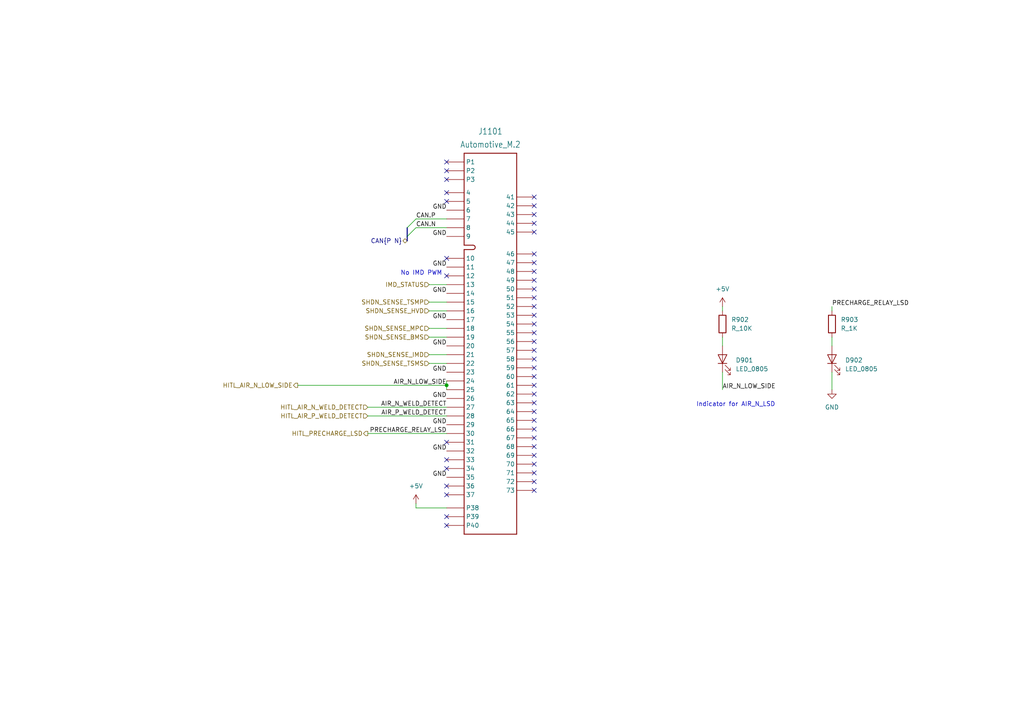
<source format=kicad_sch>
(kicad_sch (version 20211123) (generator eeschema)
  (paper "A4")
  (lib_symbols
    (symbol "OEM:Automotive_M.2"
      (property "Reference" "J?" (at 1.27 49.53 0))
      (property "Value" "Automotive_M.2" (at 7.62 45.72 0))
      (symbol "Automotive_M.2_0_1"
        (arc (start -5.0436 15.2415) (mid -4.4198 15.8765) (end -5.0436 16.5115) (stroke (width 0.25)))
        (polyline (pts (xy -7.62 15.24) (xy -5.08 15.24)) (stroke (width 0.25)))
        (polyline (pts (xy -7.62 16.51) (xy -5.08 16.51)) (stroke (width 0.25)))
        (polyline (pts (xy -7.62 43.18) (xy -7.62 16.51)) (stroke (width 0.25)))
        (polyline (pts (xy 7.62 -67.31) (xy -7.62 -67.31)) (stroke (width 0.25)))
      )
      (symbol "Automotive_M.2_1_0"
        (polyline (pts (xy -7.62 -67.31) (xy -7.62 15.24)) (stroke (width 0.254)))
        (polyline (pts (xy 7.62 43.18) (xy -7.62 43.18)) (stroke (width 0.254)))
        (polyline (pts (xy 7.62 43.18) (xy 7.62 -67.31)) (stroke (width 0.254)))
        (pin bidirectional line (at -12.7 12.7 0) (length 5.08) (name "10") (number "10"))
        (pin bidirectional line (at -12.7 10.16 0) (length 5.08) (name "11") (number "11"))
        (pin bidirectional line (at -12.7 7.62 0) (length 5.08) (name "12") (number "12"))
        (pin bidirectional line (at -12.7 5.08 0) (length 5.08) (name "13") (number "13"))
        (pin bidirectional line (at -12.7 2.54 0) (length 5.08) (name "14") (number "14"))
        (pin bidirectional line (at -12.7 0 0) (length 5.08) (name "15") (number "15"))
        (pin bidirectional line (at -12.7 -2.54 0) (length 5.08) (name "16") (number "16"))
        (pin bidirectional line (at -12.7 -5.08 0) (length 5.08) (name "17") (number "17"))
        (pin bidirectional line (at -12.7 -7.62 0) (length 5.08) (name "18") (number "18"))
        (pin bidirectional line (at -12.7 -10.16 0) (length 5.08) (name "19") (number "19"))
        (pin bidirectional line (at -12.7 -12.7 0) (length 5.08) (name "20") (number "20"))
        (pin bidirectional line (at -12.7 -15.24 0) (length 5.08) (name "21") (number "21"))
        (pin bidirectional line (at -12.7 -17.78 0) (length 5.08) (name "22") (number "22"))
        (pin bidirectional line (at -12.7 -20.32 0) (length 5.08) (name "23") (number "23"))
        (pin bidirectional line (at -12.7 -22.86 0) (length 5.08) (name "24") (number "24"))
        (pin bidirectional line (at -12.7 -25.4 0) (length 5.08) (name "25") (number "25"))
        (pin bidirectional line (at -12.7 -27.94 0) (length 5.08) (name "26") (number "26"))
        (pin bidirectional line (at -12.7 -30.48 0) (length 5.08) (name "27") (number "27"))
        (pin bidirectional line (at -12.7 -33.02 0) (length 5.08) (name "28") (number "28"))
        (pin bidirectional line (at -12.7 -35.56 0) (length 5.08) (name "29") (number "29"))
        (pin bidirectional line (at -12.7 -38.1 0) (length 5.08) (name "30") (number "30"))
        (pin bidirectional line (at -12.7 -40.64 0) (length 5.08) (name "31") (number "31"))
        (pin bidirectional line (at -12.7 -43.18 0) (length 5.08) (name "32") (number "32"))
        (pin bidirectional line (at -12.7 -45.72 0) (length 5.08) (name "33") (number "33"))
        (pin bidirectional line (at -12.7 -48.26 0) (length 5.08) (name "34") (number "34"))
        (pin bidirectional line (at -12.7 -50.8 0) (length 5.08) (name "35") (number "35"))
        (pin bidirectional line (at -12.7 -53.34 0) (length 5.08) (name "36") (number "36"))
        (pin bidirectional line (at -12.7 -55.88 0) (length 5.08) (name "37") (number "37"))
        (pin bidirectional line (at -12.7 31.75 0) (length 5.08) (name "4") (number "4"))
        (pin bidirectional line (at 12.7 30.48 180) (length 5.08) (name "41") (number "41"))
        (pin bidirectional line (at 12.7 27.94 180) (length 5.08) (name "42") (number "42"))
        (pin bidirectional line (at 12.7 25.4 180) (length 5.08) (name "43") (number "43"))
        (pin bidirectional line (at 12.7 22.86 180) (length 5.08) (name "44") (number "44"))
        (pin bidirectional line (at 12.7 20.32 180) (length 5.08) (name "45") (number "45"))
        (pin bidirectional line (at 12.7 13.97 180) (length 5.08) (name "46") (number "46"))
        (pin bidirectional line (at 12.7 11.43 180) (length 5.08) (name "47") (number "47"))
        (pin bidirectional line (at 12.7 8.89 180) (length 5.08) (name "48") (number "48"))
        (pin bidirectional line (at 12.7 6.35 180) (length 5.08) (name "49") (number "49"))
        (pin bidirectional line (at -12.7 29.21 0) (length 5.08) (name "5") (number "5"))
        (pin bidirectional line (at 12.7 3.81 180) (length 5.08) (name "50") (number "50"))
        (pin bidirectional line (at 12.7 1.27 180) (length 5.08) (name "51") (number "51"))
        (pin bidirectional line (at 12.7 -1.27 180) (length 5.08) (name "52") (number "52"))
        (pin bidirectional line (at 12.7 -3.81 180) (length 5.08) (name "53") (number "53"))
        (pin bidirectional line (at 12.7 -6.35 180) (length 5.08) (name "54") (number "54"))
        (pin bidirectional line (at 12.7 -8.89 180) (length 5.08) (name "55") (number "55"))
        (pin bidirectional line (at 12.7 -11.43 180) (length 5.08) (name "56") (number "56"))
        (pin bidirectional line (at 12.7 -13.97 180) (length 5.08) (name "57") (number "57"))
        (pin bidirectional line (at 12.7 -16.51 180) (length 5.08) (name "58") (number "58"))
        (pin bidirectional line (at 12.7 -19.05 180) (length 5.08) (name "59") (number "59"))
        (pin bidirectional line (at -12.7 26.67 0) (length 5.08) (name "6") (number "6"))
        (pin bidirectional line (at 12.7 -21.59 180) (length 5.08) (name "60") (number "60"))
        (pin bidirectional line (at 12.7 -24.13 180) (length 5.08) (name "61") (number "61"))
        (pin bidirectional line (at 12.7 -26.67 180) (length 5.08) (name "62") (number "62"))
        (pin bidirectional line (at 12.7 -29.21 180) (length 5.08) (name "63") (number "63"))
        (pin bidirectional line (at 12.7 -31.75 180) (length 5.08) (name "64") (number "64"))
        (pin bidirectional line (at 12.7 -34.29 180) (length 5.08) (name "65") (number "65"))
        (pin bidirectional line (at 12.7 -36.83 180) (length 5.08) (name "66") (number "66"))
        (pin bidirectional line (at 12.7 -39.37 180) (length 5.08) (name "67") (number "67"))
        (pin bidirectional line (at 12.7 -41.91 180) (length 5.08) (name "68") (number "68"))
        (pin bidirectional line (at 12.7 -44.45 180) (length 5.08) (name "69") (number "69"))
        (pin bidirectional line (at -12.7 24.13 0) (length 5.08) (name "7") (number "7"))
        (pin bidirectional line (at 12.7 -46.99 180) (length 5.08) (name "70") (number "70"))
        (pin bidirectional line (at 12.7 -49.53 180) (length 5.08) (name "71") (number "71"))
        (pin bidirectional line (at 12.7 -52.07 180) (length 5.08) (name "72") (number "72"))
        (pin bidirectional line (at 12.7 -54.61 180) (length 5.08) (name "73") (number "73"))
        (pin bidirectional line (at -12.7 21.59 0) (length 5.08) (name "8") (number "8"))
        (pin bidirectional line (at -12.7 19.05 0) (length 5.08) (name "9") (number "9"))
        (pin bidirectional line (at -12.7 40.64 0) (length 5.08) (name "P1") (number "P1"))
        (pin bidirectional line (at -12.7 38.1 0) (length 5.08) (name "P2") (number "P2"))
        (pin bidirectional line (at -12.7 35.56 0) (length 5.08) (name "P3") (number "P3"))
        (pin bidirectional line (at -12.7 -59.69 0) (length 5.08) (name "P38") (number "P38"))
        (pin bidirectional line (at -12.7 -62.23 0) (length 5.08) (name "P39") (number "P39"))
        (pin bidirectional line (at -12.7 -64.77 0) (length 5.08) (name "P40") (number "P40"))
      )
    )
    (symbol "OEM:LED_ORANGE" (pin_numbers hide) (pin_names (offset 1.016) hide)
      (property "Reference" "D" (at 0 -2.54 0))
      (property "Value" "LED_0805" (at 0 2.54 0))
      (symbol "LED_ORANGE_0_1"
        (polyline (pts (xy -1.27 -1.27) (xy -1.27 1.27)) (stroke (width 0.2032)))
        (polyline (pts (xy -1.27 0) (xy 1.27 0)))
        (polyline (pts (xy 1.27 -1.27) (xy 1.27 1.27) (xy -1.27 0) (xy 1.27 -1.27)) (stroke (width 0.2032)))
        (polyline (pts (xy -3.048 -0.762) (xy -4.572 -2.286) (xy -3.81 -2.286) (xy -4.572 -2.286) (xy -4.572 -1.524)))
        (polyline (pts (xy -1.778 -0.762) (xy -3.302 -2.286) (xy -2.54 -2.286) (xy -3.302 -2.286) (xy -3.302 -1.524)))
      )
      (symbol "LED_ORANGE_1_1"
        (pin passive line (at -3.81 0 0) (length 2.54) (name "K") (number "1"))
        (pin passive line (at 3.81 0 180) (length 2.54) (name "A") (number "2"))
      )
    )
    (symbol "OEM:10KR" (pin_numbers hide) (pin_names (offset 0))
      (property "Reference" "R" (at 2.032 0 90))
      (property "Value" "R_10K" (at -2.54 0 90))
      (symbol "10KR_0_1"
        (rectangle (start -1.016 -2.54) (end 1.016 2.54) (stroke (width 0.254)))
      )
      (symbol "10KR_1_1"
        (pin passive line (at 0 3.81 270) (length 1.27) (name "~") (number "1"))
        (pin passive line (at 0 -3.81 90) (length 1.27) (name "~") (number "2"))
      )
    )
    (symbol "OEM:1KR" (pin_numbers hide) (pin_names (offset 0))
      (property "Reference" "R" (at 2.032 0 90))
      (property "Value" "R_1K" (at -2.54 0 90))
      (symbol "1KR_1_1"
        (rectangle (start -1.016 -2.54) (end 1.016 2.54) (stroke (width 0.254)))
      )
      (symbol "1KR_1_1"
        (pin passive line (at 0 3.81 270) (length 1.27) (name "~") (number "1"))
        (pin passive line (at 0 -3.81 90) (length 1.27) (name "~") (number "2"))
      )
    )
    (symbol "power:+5V" (power) (pin_names (offset 0))
      (property "Value" "+5V" (at 0 3.556 0))
      (symbol "+5V_0_1"
        (polyline (pts (xy -0.762 1.27) (xy 0 2.54)))
        (polyline (pts (xy 0 0) (xy 0 2.54)))
        (polyline (pts (xy 0 2.54) (xy 0.762 1.27)))
      )
      (symbol "+5V_1_1"
        (pin power_in line (at 0 0 90) (length 0) hide (name "+5V") (number "1"))
      )
    )
    (symbol "power:GND" (power) (pin_names (offset 0))
      (property "Value" "GND" (at 0 -3.81 0))
      (symbol "GND_0_1"
        (polyline (pts (xy 0 0) (xy 0 -1.27) (xy 1.27 -1.27) (xy 0 -2.54) (xy -1.27 -1.27) (xy 0 -1.27)))
      )
      (symbol "GND_1_1"
        (pin power_in line (at 0 0 270) (length 0) hide (name "GND") (number "1"))
      )
    )
  )
  (junction (at 129.54 111.76))
  (no_connect (at 154.94 139.7))
  (no_connect (at 129.54 74.93))
  (no_connect (at 154.94 137.16))
  (no_connect (at 129.54 149.86))
  (no_connect (at 129.54 140.97))
  (no_connect (at 154.94 114.3))
  (no_connect (at 154.94 64.77))
  (no_connect (at 129.54 135.89))
  (no_connect (at 129.54 128.27))
  (no_connect (at 129.54 55.88))
  (no_connect (at 129.54 80.01))
  (no_connect (at 154.94 124.46))
  (no_connect (at 154.94 91.44))
  (no_connect (at 129.54 152.4))
  (no_connect (at 129.54 46.99))
  (no_connect (at 154.94 62.23))
  (no_connect (at 129.54 49.53))
  (no_connect (at 129.54 52.07))
  (no_connect (at 154.94 132.08))
  (no_connect (at 154.94 83.82))
  (no_connect (at 154.94 67.31))
  (no_connect (at 129.54 143.51))
  (no_connect (at 154.94 109.22))
  (no_connect (at 154.94 88.9))
  (no_connect (at 154.94 111.76))
  (no_connect (at 154.94 142.24))
  (no_connect (at 154.94 119.38))
  (no_connect (at 154.94 86.36))
  (no_connect (at 154.94 99.06))
  (no_connect (at 154.94 96.52))
  (no_connect (at 154.94 116.84))
  (no_connect (at 154.94 78.74))
  (no_connect (at 154.94 106.68))
  (no_connect (at 154.94 134.62))
  (no_connect (at 129.54 133.35))
  (no_connect (at 154.94 129.54))
  (no_connect (at 154.94 101.6))
  (no_connect (at 154.94 76.2))
  (no_connect (at 154.94 57.15))
  (no_connect (at 154.94 127))
  (no_connect (at 154.94 121.92))
  (no_connect (at 129.54 58.42))
  (no_connect (at 154.94 81.28))
  (no_connect (at 154.94 59.69))
  (no_connect (at 154.94 93.98))
  (no_connect (at 154.94 104.14))
  (no_connect (at 154.94 73.66))
  (bus_entry (at 118.11 68.58) (size 2.54 -2.54))
  (bus_entry (at 118.11 66.04) (size 2.54 -2.54))
  (bus (pts (xy 118.11 68.58) (xy 118.11 69.85)))
  (wire (pts (xy 209.55 97.79) (xy 209.55 100.33)))
  (wire (pts (xy 106.68 118.11) (xy 129.54 118.11)))
  (wire (pts (xy 209.55 107.95) (xy 209.55 113.03)))
  (wire (pts (xy 86.36 111.76) (xy 129.54 111.76)))
  (wire (pts (xy 120.65 63.5) (xy 129.54 63.5)))
  (wire (pts (xy 120.65 66.04) (xy 129.54 66.04)))
  (wire (pts (xy 106.68 120.65) (xy 129.54 120.65)))
  (wire (pts (xy 124.46 95.25) (xy 129.54 95.25)))
  (wire (pts (xy 106.68 125.73) (xy 129.54 125.73)))
  (wire (pts (xy 120.65 146.05) (xy 120.65 147.32)))
  (wire (pts (xy 129.54 110.49) (xy 129.54 111.76)))
  (wire (pts (xy 124.46 87.63) (xy 129.54 87.63)))
  (wire (pts (xy 124.46 105.41) (xy 129.54 105.41)))
  (wire (pts (xy 124.46 97.79) (xy 129.54 97.79)))
  (wire (pts (xy 209.55 88.9) (xy 209.55 90.17)))
  (bus (pts (xy 118.11 66.04) (xy 118.11 68.58)))
  (wire (pts (xy 124.46 102.87) (xy 129.54 102.87)))
  (wire (pts (xy 129.54 111.76) (xy 129.54 113.03)))
  (wire (pts (xy 241.3 107.95) (xy 241.3 113.03)))
  (wire (pts (xy 124.46 90.17) (xy 129.54 90.17)))
  (wire (pts (xy 241.3 88.9) (xy 241.3 90.17)))
  (wire (pts (xy 129.54 147.32) (xy 120.65 147.32)))
  (wire (pts (xy 124.46 82.55) (xy 129.54 82.55)))
  (wire (pts (xy 241.3 97.79) (xy 241.3 100.33)))
  (text "No IMD PWM" (at 128.27 80.01 180) (effects (font (size 1.27 1.27)) (justify right bottom)))
  (text "Indicator for AIR_N_LSD" (at 201.93 118.11 0) (effects (font (size 1.27 1.27)) (justify left bottom)))
  (label "GND" (at 129.54 100.33 180))
  (label "GND" (at 129.54 77.47 180))
  (label "GND" (at 129.54 123.19 180))
  (label "CAN.P" (at 120.65 63.5 0))
  (label "GND" (at 129.54 92.71 180))
  (label "GND" (at 129.54 68.58 180))
  (label "CAN.N" (at 120.65 66.04 0))
  (label "AIR_P_WELD_DETECT" (at 129.54 120.65 180))
  (label "AIR_N_WELD_DETECT" (at 129.54 118.11 180))
  (label "GND" (at 129.54 115.57 180))
  (label "GND" (at 129.54 130.81 180))
  (label "AIR_N_LOW_SIDE" (at 209.55 113.03 0))
  (label "AIR_N_LOW_SIDE" (at 129.54 111.76 180))
  (label "GND" (at 129.54 107.95 180))
  (label "GND" (at 129.54 138.43 180))
  (label "GND" (at 129.54 85.09 180))
  (label "PRECHARGE_RELAY_LSD" (at 129.54 125.73 180))
  (label "PRECHARGE_RELAY_LSD" (at 241.3 88.9 0))
  (label "GND" (at 129.54 60.96 180))
  (hierarchical_label "SHDN_SENSE_TSMS" (shape input) (at 124.46 105.41 180))
  (hierarchical_label "SHDN_SENSE_BMS" (shape input) (at 124.46 97.79 180))
  (hierarchical_label "SHDN_SENSE_MPC" (shape input) (at 124.46 95.25 180))
  (hierarchical_label "SHDN_SENSE_IMD" (shape input) (at 124.46 102.87 180))
  (hierarchical_label "HITL_AIR_N_LOW_SIDE" (shape output) (at 86.36 111.76 180))
  (hierarchical_label "CAN{P N}" (shape bidirectional) (at 118.11 69.85 180))
  (hierarchical_label "SHDN_SENSE_TSMP" (shape input) (at 124.46 87.63 180))
  (hierarchical_label "IMD_STATUS" (shape input) (at 124.46 82.55 180))
  (hierarchical_label "SHDN_SENSE_HVD" (shape input) (at 124.46 90.17 180))
  (hierarchical_label "HITL_AIR_P_WELD_DETECT" (shape input) (at 106.68 120.65 180))
  (hierarchical_label "HITL_AIR_N_WELD_DETECT" (shape input) (at 106.68 118.11 180))
  (hierarchical_label "HITL_PRECHARGE_LSD" (shape output) (at 106.68 125.73 180))
  (symbol (lib_id "power:+5V") (at 120.65 146.05 0) (unit 1)
    (property "Reference" "#PWR?" (effects hide))
    (property "Value" "+5V" (at 120.65 140.97 0))
  )
  (symbol (lib_id "OEM:Automotive_M.2") (at 142.24 87.63 0) (unit 1)
    (property "Reference" "J1101" (at 142.24 38.1 0) (effects (font (size 1.778 1.5113))))
    (property "Value" "Automotive_M.2" (at 142.24 41.91 0) (effects (font (size 1.778 1.5113))))
    (property "Footprint" "footprints:Automotive_M.2" (effects hide))
  )
  (symbol (lib_id "OEM:1KR") (at 241.3 93.98 0) (unit 1)
    (property "Reference" "R903" (at 243.84 92.7099 0) (effects (justify left)))
    (property "Value" "R_1K" (at 243.84 95.2499 0) (effects (justify left)))
    (property "Footprint" "footprints:R_0805_OEM" (effects hide))
    (property "Datasheet" "https://www.seielect.com/Catalog/SEI-rncp.pdf" (effects hide))
    (property "MFN" "DK" (effects hide))
    (property "MPN" "RNCP0805FTD1K00CT-ND" (effects hide))
    (property "PurchasingLink" "https://www.digikey.com/products/en?keywords=RNCP0805FTD1K00CT-ND" (effects hide))
  )
  (symbol (lib_id "OEM:LED_ORANGE") (at 209.55 104.14 90) (unit 1)
    (property "Reference" "D901" (at 213.36 104.4701 90) (effects (justify right)))
    (property "Value" "LED_0805" (at 213.36 107.0101 90) (effects (justify right)))
    (property "Footprint" "footprints:LED_0805_OEM" (effects hide))
    (property "Datasheet" "http://www.osram-os.com/Graphics/XPic9/00078860_0.pdf" (effects hide))
    (property "MFN" "DK" (effects hide))
    (property "MPN" "475-1410-1-ND" (effects hide))
    (property "PurchasingLink" "https://www.digikey.com/products/en?keywords=475-1410-1-ND" (effects hide))
  )
  (symbol (lib_id "power:+5V") (at 209.55 88.9 0) (unit 1)
    (property "Reference" "#PWR?" (effects hide))
    (property "Value" "+5V" (at 209.55 83.82 0))
  )
  (symbol (lib_id "OEM:10KR") (at 209.55 93.98 0) (unit 1)
    (property "Reference" "R902" (at 212.09 92.7099 0) (effects (justify left)))
    (property "Value" "R_10K" (at 212.09 95.2499 0) (effects (justify left)))
    (property "Footprint" "footprints:R_0805_OEM" (effects hide))
    (property "Datasheet" "http://www.bourns.com/data/global/pdfs/CRS.pdf" (effects hide))
    (property "MFN" "DK" (effects hide))
    (property "MPN" "CRS0805-FX-1002ELFCT-ND" (effects hide))
    (property "PurchasingLink" "https://www.digikey.com/products/en?keywords=CRS0805-FX-1002ELFCT-ND" (effects hide))
  )
  (symbol (lib_id "OEM:LED_ORANGE") (at 241.3 104.14 90) (unit 1)
    (property "Reference" "D902" (at 245.11 104.4701 90) (effects (justify right)))
    (property "Value" "LED_0805" (at 245.11 107.0101 90) (effects (justify right)))
    (property "Footprint" "footprints:LED_0805_OEM" (effects hide))
    (property "Datasheet" "http://www.osram-os.com/Graphics/XPic9/00078860_0.pdf" (effects hide))
    (property "MFN" "DK" (effects hide))
    (property "MPN" "475-1410-1-ND" (effects hide))
    (property "PurchasingLink" "https://www.digikey.com/products/en?keywords=475-1410-1-ND" (effects hide))
  )
  (symbol (lib_id "power:GND") (at 241.3 113.03 0) (unit 1)
    (property "Reference" "#PWR?" (effects hide))
    (property "Value" "GND" (at 241.3 118.11 0))
  )
)
</source>
